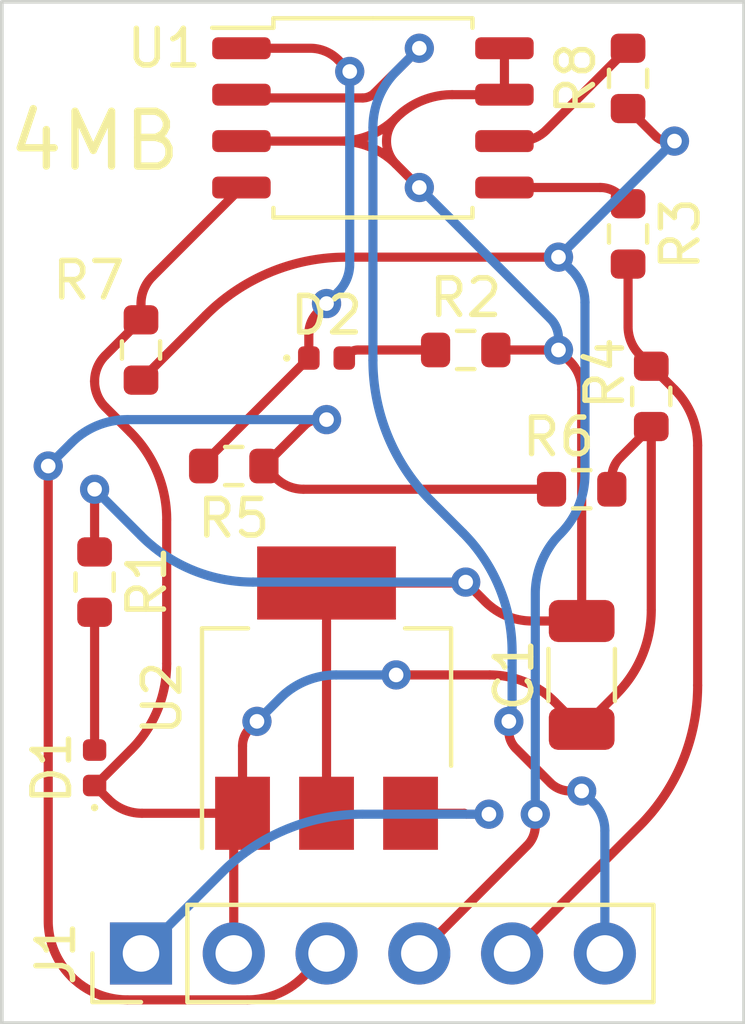
<source format=kicad_pcb>
(kicad_pcb (version 20211014) (generator pcbnew)
  (layers (0 "F.Cu" signal) (31 "B.Cu" signal) (34 "B.Paste" user) (35 "F.Paste" user) (36 "B.SilkS" user "B.Silkscreen") (37 "F.SilkS" user "F.Silkscreen") (38 "B.Mask" user) (39 "F.Mask" user) (44 "Edge.Cuts" user))
  (net 0 "")
  (net 1 "Net-(D1-Pad1)")
  (net 2 "Net-(D1-Pad2)")
  (net 3 "Net-(J1-Pad1)")
  (net 4 "Net-(J1-Pad3)")
  (net 5 "Net-(J1-Pad4)")
  (net 6 "Net-(J1-Pad5)")
  (net 7 "Net-(J1-Pad6)")
  (net 8 "Net-(R1-Pad1)")
  (net 9 "Net-(U1-Pad1)")
  (net 10 "Net-(D2-Pad2)")
  (net 11 "Net-(U1-Pad5)")
  (net 12 "Net-(U1-Pad6)")
  (footprint "Resistor_SMD:R_0603_1608Metric" (layer "F.Cu") (at 97.155 50.99 90)
    (fp_text reference "R8" (at 0 -1.43 90) (layer "F.SilkS"))
    (fp_text value "1K")
    (fp_line (start -0.237258 0.5225) (end 0.237258 0.5225) (layer "F.SilkS") (width 0.12))
    (fp_line (start -0.237258 -0.5225) (end 0.237258 -0.5225) (layer "F.SilkS") (width 0.12))
    (pad "1" smd roundrect (at -0.825 0 90) (size 0.8 0.95) (layers "F.Cu" "F.Paste" "F.Mask") (net 5 "Net-(J1-Pad4)"))
    (pad "2" smd roundrect (at 0.825 0 90) (size 0.8 0.95) (layers "F.Cu" "F.Paste" "F.Mask") (net 12 "Net-(U1-Pad6)"))
  )
  (footprint "Resistor_SMD:R_0603_1608Metric" (layer "F.Cu") (at 83.82 58.42 90)
    (fp_text reference "R7" (at 1.905 -1.43) (layer "F.SilkS"))
    (fp_text value "1K")
    (fp_line (start -0.237258 -0.5225) (end 0.237258 -0.5225) (layer "F.SilkS") (width 0.12))
    (fp_line (start -0.237258 0.5225) (end 0.237258 0.5225) (layer "F.SilkS") (width 0.12))
    (pad "1" smd roundrect (at -0.825 0 90) (size 0.8 0.95) (layers "F.Cu" "F.Paste" "F.Mask") (net 5 "Net-(J1-Pad4)"))
    (pad "2" smd roundrect (at 0.825 0 90) (size 0.8 0.95) (layers "F.Cu" "F.Paste" "F.Mask") (net 1 "Net-(D1-Pad1)"))
  )
  (footprint "Connector_PinHeader_2.54mm:PinHeader_1x06_P2.54mm_Vertical" (layer "F.Cu") (at 83.82 74.93 90)
    (fp_text reference "J1" (at 0 -2.33 90) (layer "F.SilkS"))
    (fp_text value "Conn_01x06_Female" hide)
    (fp_line (start 1.33 1.27) (end 1.33 14.03) (layer "F.SilkS") (width 0.12))
    (fp_line (start -1.33 1.27) (end 1.33 1.27) (layer "F.SilkS") (width 0.12))
    (fp_line (start -1.33 1.27) (end -1.33 14.03) (layer "F.SilkS") (width 0.12))
    (fp_line (start -1.33 14.03) (end 1.33 14.03) (layer "F.SilkS") (width 0.12))
    (fp_line (start -1.33 -1.33) (end 0 -1.33) (layer "F.SilkS") (width 0.12))
    (fp_line (start -1.33 0) (end -1.33 -1.33) (layer "F.SilkS") (width 0.12))
    (pad "1" thru_hole rect (at 0 0 90) (size 1.7 1.7) (drill 1) (layers *.Cu *.Mask) (net 3 "Net-(J1-Pad1)"))
    (pad "2" thru_hole oval (at 0 2.54 90) (size 1.7 1.7) (drill 1) (layers *.Cu *.Mask) (net 1 "Net-(D1-Pad1)"))
    (pad "3" thru_hole oval (at 0 5.08 90) (size 1.7 1.7) (drill 1) (layers *.Cu *.Mask) (net 4 "Net-(J1-Pad3)"))
    (pad "4" thru_hole oval (at 0 7.62 90) (size 1.7 1.7) (drill 1) (layers *.Cu *.Mask) (net 5 "Net-(J1-Pad4)"))
    (pad "5" thru_hole oval (at 0 10.16 90) (size 1.7 1.7) (drill 1) (layers *.Cu *.Mask) (net 6 "Net-(J1-Pad5)"))
    (pad "6" thru_hole oval (at 0 12.7 90) (size 1.7 1.7) (drill 1) (layers *.Cu *.Mask) (net 7 "Net-(J1-Pad6)"))
  )
  (footprint "LED_SMD:LED_0402_1005Metric" (layer "F.Cu") (at 82.55 69.85 90)
    (fp_text reference "D1" (at 0 -1.17 90) (layer "F.SilkS"))
    (fp_text value "LED" hide)
    (fp_circle (center -1.09 0) (end -1.04 0) (layer "F.SilkS") (width 0.1) (fill none))
    (pad "1" smd roundrect (at -0.485 0 90) (size 0.59 0.64) (layers "F.Cu" "F.Paste" "F.Mask") (net 1 "Net-(D1-Pad1)"))
    (pad "2" smd roundrect (at 0.485 0 90) (size 0.59 0.64) (layers "F.Cu" "F.Paste" "F.Mask") (net 2 "Net-(D1-Pad2)"))
  )
  (footprint "Resistor_SMD:R_0603_1608Metric" (layer "F.Cu") (at 92.71 58.42)
    (fp_text reference "R2" (at 0 -1.43) (layer "F.SilkS"))
    (fp_text value "1K")
    (fp_line (start -0.237258 0.5225) (end 0.237258 0.5225) (layer "F.SilkS") (width 0.12))
    (fp_line (start -0.237258 -0.5225) (end 0.237258 -0.5225) (layer "F.SilkS") (width 0.12))
    (pad "1" smd roundrect (at -0.825 0) (size 0.8 0.95) (layers "F.Cu" "F.Paste" "F.Mask") (net 10 "Net-(D2-Pad2)"))
    (pad "2" smd roundrect (at 0.825 0) (size 0.8 0.95) (layers "F.Cu" "F.Paste" "F.Mask") (net 8 "Net-(R1-Pad1)"))
  )
  (footprint "Resistor_SMD:R_0603_1608Metric" (layer "F.Cu") (at 97.79 59.69 90)
    (fp_text reference "R4" (at 0.635 -1.27 90) (layer "F.SilkS"))
    (fp_text value "1K")
    (fp_line (start -0.237258 0.5225) (end 0.237258 0.5225) (layer "F.SilkS") (width 0.12))
    (fp_line (start -0.237258 -0.5225) (end 0.237258 -0.5225) (layer "F.SilkS") (width 0.12))
    (pad "1" smd roundrect (at -0.825 0 90) (size 0.8 0.95) (layers "F.Cu" "F.Paste" "F.Mask") (net 1 "Net-(D1-Pad1)"))
    (pad "2" smd roundrect (at 0.825 0 90) (size 0.8 0.95) (layers "F.Cu" "F.Paste" "F.Mask") (net 6 "Net-(J1-Pad5)"))
  )
  (footprint "Resistor_SMD:R_0603_1608Metric" (layer "F.Cu") (at 95.885 62.23)
    (fp_text reference "R6" (at -0.635 -1.43) (layer "F.SilkS"))
    (fp_text value "1K")
    (fp_line (start -0.237258 -0.5225) (end 0.237258 -0.5225) (layer "F.SilkS") (width 0.12))
    (fp_line (start -0.237258 0.5225) (end 0.237258 0.5225) (layer "F.SilkS") (width 0.12))
    (pad "1" smd roundrect (at -0.825 0) (size 0.8 0.95) (layers "F.Cu" "F.Paste" "F.Mask") (net 4 "Net-(J1-Pad3)"))
    (pad "2" smd roundrect (at 0.825 0) (size 0.8 0.95) (layers "F.Cu" "F.Paste" "F.Mask") (net 1 "Net-(D1-Pad1)"))
  )
  (footprint "LED_SMD:LED_0402_1005Metric" (layer "F.Cu") (at 88.9 58.64)
    (fp_text reference "D2" (at 0 -1.17) (layer "F.SilkS"))
    (fp_text value "LED")
    (fp_circle (center -1.09 0) (end -1.04 0) (layer "F.SilkS") (width 0.1) (fill none))
    (pad "1" smd roundrect (at -0.485 0) (size 0.59 0.64) (layers "F.Cu" "F.Paste" "F.Mask") (net 9 "Net-(U1-Pad1)"))
    (pad "2" smd roundrect (at 0.485 0) (size 0.59 0.64) (layers "F.Cu" "F.Paste" "F.Mask") (net 10 "Net-(D2-Pad2)"))
  )
  (footprint "Capacitor_SMD:C_1206_3216Metric" (layer "F.Cu") (at 95.885 67.31 90)
    (fp_text reference "C1" (at 0 -1.85 90) (layer "F.SilkS"))
    (fp_text value "C")
    (fp_line (start -0.711252 0.91) (end 0.711252 0.91) (layer "F.SilkS") (width 0.12))
    (fp_line (start -0.711252 -0.91) (end 0.711252 -0.91) (layer "F.SilkS") (width 0.12))
    (pad "1" smd roundrect (at -1.475 0 90) (size 1.15 1.8) (layers "F.Cu" "F.Paste" "F.Mask") (roundrect_rratio 0.2173913043) (net 1 "Net-(D1-Pad1)"))
    (pad "2" smd roundrect (at 1.475 0 90) (size 1.15 1.8) (layers "F.Cu" "F.Paste" "F.Mask") (roundrect_rratio 0.2173913043) (net 8 "Net-(R1-Pad1)"))
  )
  (footprint "Resistor_SMD:R_0603_1608Metric" (layer "F.Cu") (at 82.55 64.77 -90)
    (fp_text reference "R1" (at 0 -1.43 90) (layer "F.SilkS"))
    (fp_text value "1K" hide)
    (fp_line (start -0.237258 0.5225) (end 0.237258 0.5225) (layer "F.SilkS") (width 0.12))
    (fp_line (start -0.237258 -0.5225) (end 0.237258 -0.5225) (layer "F.SilkS") (width 0.12))
    (pad "1" smd roundrect (at -0.825 0 270) (size 0.8 0.95) (layers "F.Cu" "F.Paste" "F.Mask") (net 8 "Net-(R1-Pad1)"))
    (pad "2" smd roundrect (at 0.825 0 270) (size 0.8 0.95) (layers "F.Cu" "F.Paste" "F.Mask") (net 2 "Net-(D1-Pad2)"))
  )
  (footprint "Package_TO_SOT_SMD:SOT-223-3_TabPin2" (layer "F.Cu") (at 88.9 67.945 90)
    (fp_text reference "U2" (at 0 -4.5 90) (layer "F.SilkS"))
    (fp_text value "AMS1117-3.3")
    (fp_line (start -1.85 3.41) (end 1.91 3.41) (layer "F.SilkS") (width 0.12))
    (fp_line (start 1.91 -3.41) (end 1.91 -2.15) (layer "F.SilkS") (width 0.12))
    (fp_line (start 1.91 3.41) (end 1.91 2.15) (layer "F.SilkS") (width 0.12))
    (fp_line (start -4.1 -3.41) (end 1.91 -3.41) (layer "F.SilkS") (width 0.12))
    (pad "1" smd rect (at -3.15 -2.3 90) (size 2 1.5) (layers "F.Cu" "F.Paste" "F.Mask") (net 1 "Net-(D1-Pad1)"))
    (pad "2" smd rect (at -3.15 0 90) (size 2 1.5) (layers "F.Cu" "F.Paste" "F.Mask") (net 8 "Net-(R1-Pad1)"))
    (pad "2" smd rect (at 3.15 0 90) (size 2 3.8) (layers "F.Cu" "F.Paste" "F.Mask") (net 8 "Net-(R1-Pad1)"))
    (pad "3" smd rect (at -3.15 2.3 90) (size 2 1.5) (layers "F.Cu" "F.Paste" "F.Mask") (net 3 "Net-(J1-Pad1)"))
  )
  (footprint "Package_SO:SOIC-8_5.23x5.23mm_P1.27mm" (layer "F.Cu") (at 90.17 52.07)
    (fp_text reference "U1" (at -5.715 -1.905) (layer "F.SilkS"))
    (fp_text value "W25Q32JVSS")
    (fp_line (start -2.725 -2.725) (end -2.725 -2.465) (layer "F.SilkS") (width 0.12))
    (fp_line (start 0 2.725) (end 2.725 2.725) (layer "F.SilkS") (width 0.12))
    (fp_line (start 0 -2.725) (end 2.725 -2.725) (layer "F.SilkS") (width 0.12))
    (fp_line (start -2.725 2.725) (end -2.725 2.465) (layer "F.SilkS") (width 0.12))
    (fp_line (start 0 -2.725) (end -2.725 -2.725) (layer "F.SilkS") (width 0.12))
    (fp_line (start 2.725 -2.725) (end 2.725 -2.465) (layer "F.SilkS") (width 0.12))
    (fp_line (start 0 2.725) (end -2.725 2.725) (layer "F.SilkS") (width 0.12))
    (fp_line (start 2.725 2.725) (end 2.725 2.465) (layer "F.SilkS") (width 0.12))
    (fp_line (start -2.725 -2.465) (end -4.4 -2.465) (layer "F.SilkS") (width 0.12))
    (pad "1" smd roundrect (at -3.6 -1.905) (size 1.6 0.6) (layers "F.Cu" "F.Paste" "F.Mask") (net 9 "Net-(U1-Pad1)"))
    (pad "2" smd roundrect (at -3.6 -0.635) (size 1.6 0.6) (layers "F.Cu" "F.Paste" "F.Mask") (net 7 "Net-(J1-Pad6)"))
    (pad "3" smd roundrect (at -3.6 0.635) (size 1.6 0.6) (layers "F.Cu" "F.Paste" "F.Mask") (net 8 "Net-(R1-Pad1)"))
    (pad "4" smd roundrect (at -3.6 1.905) (size 1.6 0.6) (layers "F.Cu" "F.Paste" "F.Mask") (net 1 "Net-(D1-Pad1)"))
    (pad "5" smd roundrect (at 3.6 1.905) (size 1.6 0.6) (layers "F.Cu" "F.Paste" "F.Mask") (net 11 "Net-(U1-Pad5)"))
    (pad "6" smd roundrect (at 3.6 0.635) (size 1.6 0.6) (layers "F.Cu" "F.Paste" "F.Mask") (net 12 "Net-(U1-Pad6)"))
    (pad "7" smd roundrect (at 3.6 -0.635) (size 1.6 0.6) (layers "F.Cu" "F.Paste" "F.Mask") (net 8 "Net-(R1-Pad1)"))
    (pad "8" smd roundrect (at 3.6 -1.905) (size 1.6 0.6) (layers "F.Cu" "F.Paste" "F.Mask") (net 8 "Net-(R1-Pad1)"))
  )
  (footprint "Resistor_SMD:R_0603_1608Metric" (layer "F.Cu") (at 97.155 55.245 -90)
    (fp_text reference "R3" (at 0 -1.43 90) (layer "F.SilkS"))
    (fp_text value "1K")
    (fp_line (start -0.237258 0.5225) (end 0.237258 0.5225) (layer "F.SilkS") (width 0.12))
    (fp_line (start -0.237258 -0.5225) (end 0.237258 -0.5225) (layer "F.SilkS") (width 0.12))
    (pad "1" smd roundrect (at -0.825 0 270) (size 0.8 0.95) (layers "F.Cu" "F.Paste" "F.Mask") (net 11 "Net-(U1-Pad5)"))
    (pad "2" smd roundrect (at 0.825 0 270) (size 0.8 0.95) (layers "F.Cu" "F.Paste" "F.Mask") (net 6 "Net-(J1-Pad5)"))
  )
  (footprint "Resistor_SMD:R_0603_1608Metric" (layer "F.Cu") (at 86.36 61.595 180)
    (fp_text reference "R5" (at 0 -1.43) (layer "F.SilkS"))
    (fp_text value "1K")
    (fp_line (start -0.237258 -0.5225) (end 0.237258 -0.5225) (layer "F.SilkS") (width 0.12))
    (fp_line (start -0.237258 0.5225) (end 0.237258 0.5225) (layer "F.SilkS") (width 0.12))
    (pad "1" smd roundrect (at -0.825 0 180) (size 0.8 0.95) (layers "F.Cu" "F.Paste" "F.Mask") (net 4 "Net-(J1-Pad3)"))
    (pad "2" smd roundrect (at 0.825 0 180) (size 0.8 0.95) (layers "F.Cu" "F.Paste" "F.Mask") (net 9 "Net-(U1-Pad1)"))
  )
  (gr_rect (start 80.01 48.895) (end 100.33 76.835) (layer "Edge.Cuts") (width 0.1) (fill none))
  (gr_text "4MB" (at 82.55 52.705) (layer "F.SilkS") (effects (font (size 1.5 1.5) (thickness 0.2))))
  (segment (start 93.367017 67.31) (end 90.805 67.31) (width 0.25) (layer "F.Cu") (net 1))
  (segment (start 95.1475 68.0475) (end 95.885 68.785) (width 0.25) (layer "F.Cu") (net 1))
  (segment (start 83.847401 71.095) (end 86.430294 71.095) (width 0.25) (layer "F.Cu") (net 1))
  (segment (start 86.36 71.504705) (end 86.36 74.93) (width 0.25) (layer "F.Cu") (net 1))
  (segment (start 86.995 68.58) (end 86.7975 68.7775) (width 0.25) (layer "F.Cu") (net 1))
  (segment (start 97.79 60.515) (end 97.79 65.532961) (width 0.25) (layer "F.Cu") (net 1))
  (segment (start 83.82 57.595) (end 82.841681 58.573318) (width 0.25) (layer "F.Cu") (net 1))
  (segment (start 86.6 70.925294) (end 86.6 69.254307) (width 0.25) (layer "F.Cu") (net 1))
  (segment (start 96.71 61.9125) (end 96.71 62.23) (width 0.25) (layer "F.Cu") (net 1))
  (segment (start 82.574656 70.328559) (end 83.545973 69.357242) (width 0.25) (layer "F.Cu") (net 1))
  (segment (start 83.536865 60.676865) (end 82.841681 59.981681) (width 0.25) (layer "F.Cu") (net 1))
  (segment (start 83.82 57.595) (end 83.82 57.16) (width 0.25) (layer "F.Cu") (net 1))
  (segment (start 84.523731 63.059369) (end 84.523731 66.996727) (width 0.25) (layer "F.Cu") (net 1))
  (segment (start 96.8375 67.8325) (end 95.885 68.785) (width 0.25) (layer "F.Cu") (net 1))
  (segment (start 97.79 60.515) (end 96.934506 61.370493) (width 0.25) (layer "F.Cu") (net 1))
  (segment (start 84.127591 56.417408) (end 86.57 53.975) (width 0.25) (layer "F.Cu") (net 1))
  (segment (start 82.93 70.715) (end 82.55644 70.34144) (width 0.25) (layer "F.Cu") (net 1))
  (via (at 86.995 68.58) (size 0.8) (drill 0.4) (layers "F.Cu" "B.Cu") (net 1))
  (via (at 90.805 67.31) (size 0.8) (drill 0.4) (layers "F.Cu" "B.Cu") (net 1))
  (arc (start 82.559108 70.335) (mid 82.555622 70.337328) (end 82.55644 70.34144) (width 0.25) (layer "F.Cu") (net 1))
  (arc (start 97.79 65.532961) (mid 97.542453 66.777462) (end 96.8375 67.8325) (width 0.25) (layer "F.Cu") (net 1))
  (arc (start 82.574656 70.328559) (mid 82.567522 70.333326) (end 82.559108 70.335) (width 0.25) (layer "F.Cu") (net 1))
  (arc (start 86.48 71.215) (mid 86.495237 71.138393) (end 86.430294 71.095) (width 0.25) (layer "F.Cu") (net 1))
  (arc (start 83.536865 60.676865) (mid 84.267252 61.769967) (end 84.523731 63.059369) (width 0.25) (layer "F.Cu") (net 1))
  (arc (start 86.7975 68.7775) (mid 86.651328 68.99626) (end 86.6 69.254307) (width 0.25) (layer "F.Cu") (net 1))
  (arc (start 84.523731 66.996727) (mid 84.269619 68.274228) (end 83.545973 69.357242) (width 0.25) (layer "F.Cu") (net 1))
  (arc (start 84.127591 56.417408) (mid 83.89994 56.758112) (end 83.82 57.16) (width 0.25) (layer "F.Cu") (net 1))
  (arc (start 82.93 70.715) (mid 83.350907 70.996241) (end 83.847401 71.095) (width 0.25) (layer "F.Cu") (net 1))
  (arc (start 82.841681 58.573318) (mid 82.625805 58.896399) (end 82.55 59.2775) (width 0.25) (layer "F.Cu") (net 1))
  (arc (start 86.6 70.925294) (mid 86.568813 71.082081) (end 86.48 71.215) (width 0.25) (layer "F.Cu") (net 1))
  (arc (start 86.430294 71.095) (mid 86.550294 71.045294) (end 86.6 70.925294) (width 0.25) (layer "F.Cu") (net 1))
  (arc (start 86.48 71.215) (mid 86.391186 71.347917) (end 86.36 71.504705) (width 0.25) (layer "F.Cu") (net 1))
  (arc (start 95.1475 68.0475) (mid 94.330607 67.50167) (end 93.367017 67.31) (width 0.25) (layer "F.Cu") (net 1))
  (arc (start 82.55 59.2775) (mid 82.625805 59.6586) (end 82.841681 59.981681) (width 0.25) (layer "F.Cu") (net 1))
  (arc (start 96.934506 61.370493) (mid 96.768347 61.619168) (end 96.71 61.9125) (width 0.25) (layer "F.Cu") (net 1))
  (segment (start 86.995 68.58) (end 87.63 67.945) (width 0.25) (layer "B.Cu") (net 1))
  (segment (start 90.805 67.31) (end 89.163025 67.31) (width 0.25) (layer "B.Cu") (net 1))
  (arc (start 89.163025 67.31) (mid 88.333357 67.475031) (end 87.63 67.945) (width 0.25) (layer "B.Cu") (net 1))
  (segment (start 82.55 69.365) (end 82.55 65.595) (width 0.25) (layer "F.Cu") (net 2))
  (segment (start 93.345 71.12) (end 92.727677 71.12) (width 0.25) (layer "F.Cu") (net 3))
  (segment (start 92.667322 71.095) (end 91.2 71.095) (width 0.25) (layer "F.Cu") (net 3))
  (via (at 93.345 71.12) (size 0.8) (drill 0.4) (layers "F.Cu" "B.Cu") (net 3))
  (arc (start 92.6975 71.1075) (mid 92.711345 71.116751) (end 92.727677 71.12) (width 0.25) (layer "F.Cu") (net 3))
  (arc (start 92.6975 71.1075) (mid 92.683654 71.098248) (end 92.667322 71.095) (width 0.25) (layer "F.Cu") (net 3))
  (segment (start 86.036207 72.713792) (end 83.82 74.93) (width 0.25) (layer "B.Cu") (net 3))
  (segment (start 93.345 71.12) (end 89.883963 71.12) (width 0.25) (layer "B.Cu") (net 3))
  (arc (start 89.883963 71.12) (mid 87.801572 71.534213) (end 86.036207 72.713792) (width 0.25) (layer "B.Cu") (net 3))
  (segment (start 88.269012 62.23) (end 95.06 62.23) (width 0.25) (layer "F.Cu") (net 4))
  (segment (start 88.265 75.565) (end 88.9 74.93) (width 0.25) (layer "F.Cu") (net 4))
  (segment (start 83.448025 76.2) (end 86.731974 76.2) (width 0.25) (layer "F.Cu") (net 4))
  (segment (start 81.28 74.031974) (end 81.28 61.595) (width 0.25) (layer "F.Cu") (net 4))
  (segment (start 88.9 60.325) (end 88.6775 60.325) (width 0.25) (layer "F.Cu") (net 4))
  (segment (start 88.297668 60.482331) (end 87.185 61.595) (width 0.25) (layer "F.Cu") (net 4))
  (segment (start 87.5025 61.9125) (end 87.185 61.595) (width 0.25) (layer "F.Cu") (net 4))
  (via (at 88.9 60.325) (size 0.8) (drill 0.4) (layers "F.Cu" "B.Cu") (net 4))
  (via (at 81.28 61.595) (size 0.8) (drill 0.4) (layers "F.Cu" "B.Cu") (net 4))
  (arc (start 88.265 75.565) (mid 87.561641 76.034968) (end 86.731974 76.2) (width 0.25) (layer "F.Cu") (net 4))
  (arc (start 81.915 75.565) (mid 82.618357 76.034968) (end 83.448025 76.2) (width 0.25) (layer "F.Cu") (net 4))
  (arc (start 87.5025 61.9125) (mid 87.854178 62.147484) (end 88.269012 62.23) (width 0.25) (layer "F.Cu") (net 4))
  (arc (start 88.6775 60.325) (mid 88.471936 60.365888) (end 88.297668 60.482331) (width 0.25) (layer "F.Cu") (net 4))
  (arc (start 81.28 74.031974) (mid 81.445031 74.861641) (end 81.915 75.565) (width 0.25) (layer "F.Cu") (net 4))
  (segment (start 88.9 60.325) (end 83.448025 60.325) (width 0.25) (layer "B.Cu") (net 4))
  (segment (start 81.915 60.96) (end 81.28 61.595) (width 0.25) (layer "B.Cu") (net 4))
  (arc (start 83.448025 60.325) (mid 82.618357 60.490031) (end 81.915 60.96) (width 0.25) (layer "B.Cu") (net 4))
  (segment (start 89.438963 55.88) (end 95.25 55.88) (width 0.25) (layer "F.Cu") (net 5))
  (segment (start 85.591207 57.473792) (end 83.82 59.245) (width 0.25) (layer "F.Cu") (net 5))
  (segment (start 94.390493 71.979506) (end 91.44 74.93) (width 0.25) (layer "F.Cu") (net 5))
  (segment (start 94.615 71.12) (end 94.615 71.4375) (width 0.25) (layer "F.Cu") (net 5))
  (segment (start 97.910649 52.570649) (end 97.155 51.815) (width 0.25) (layer "F.Cu") (net 5))
  (segment (start 98.425 52.705) (end 98.235 52.705) (width 0.25) (layer "F.Cu") (net 5))
  (via (at 98.425 52.705) (size 0.8) (drill 0.4) (layers "F.Cu" "B.Cu") (net 5))
  (via (at 94.615 71.12) (size 0.8) (drill 0.4) (layers "F.Cu" "B.Cu") (net 5))
  (via (at 95.25 55.88) (size 0.8) (drill 0.4) (layers "F.Cu" "B.Cu") (net 5))
  (arc (start 89.438963 55.88) (mid 87.356572 56.294213) (end 85.591207 57.473792) (width 0.25) (layer "F.Cu") (net 5))
  (arc (start 94.615 71.4375) (mid 94.556652 71.730831) (end 94.390493 71.979506) (width 0.25) (layer "F.Cu") (net 5))
  (arc (start 97.910649 52.570649) (mid 98.059462 52.670083) (end 98.235 52.705) (width 0.25) (layer "F.Cu") (net 5))
  (segment (start 95.975 61.813334) (end 95.975 57.117652) (width 0.25) (layer "B.Cu") (net 5))
  (segment (start 94.615 71.12) (end 94.615 65.096665) (width 0.25) (layer "B.Cu") (net 5))
  (segment (start 98.425 52.705) (end 95.25 55.88) (width 0.25) (layer "B.Cu") (net 5))
  (segment (start 95.25 55.88) (end 95.6125 56.2425) (width 0.25) (layer "B.Cu") (net 5))
  (arc (start 95.6125 56.2425) (mid 95.880789 56.644023) (end 95.975 57.117652) (width 0.25) (layer "B.Cu") (net 5))
  (arc (start 95.295 63.455) (mid 94.791726 64.208202) (end 94.615 65.096665) (width 0.25) (layer "B.Cu") (net 5))
  (arc (start 95.975 61.813334) (mid 95.798273 62.701797) (end 95.295 63.455) (width 0.25) (layer "B.Cu") (net 5))
  (segment (start 99.06 61.033025) (end 99.06 67.596036) (width 0.25) (layer "F.Cu") (net 6))
  (segment (start 98.425 59.5) (end 97.79 58.865) (width 0.25) (layer "F.Cu") (net 6))
  (segment (start 97.466207 71.443792) (end 93.98 74.93) (width 0.25) (layer "F.Cu") (net 6))
  (segment (start 97.155 57.780987) (end 97.155 56.07) (width 0.25) (layer "F.Cu") (net 6))
  (segment (start 97.4725 58.5475) (end 97.79 58.865) (width 0.25) (layer "F.Cu") (net 6))
  (arc (start 97.155 57.780987) (mid 97.237515 58.19582) (end 97.4725 58.5475) (width 0.25) (layer "F.Cu") (net 6))
  (arc (start 99.06 67.596036) (mid 98.645786 69.678426) (end 97.466207 71.443792) (width 0.25) (layer "F.Cu") (net 6))
  (arc (start 98.425 59.5) (mid 98.894968 60.203357) (end 99.06 61.033025) (width 0.25) (layer "F.Cu") (net 6))
  (segment (start 91.44 50.165) (end 90.215652 51.389348) (width 0.25) (layer "F.Cu") (net 7))
  (segment (start 93.8905 68.85275) (end 93.8905 68.58) (width 0.25) (layer "F.Cu") (net 7))
  (segment (start 86.615 51.48) (end 86.57 51.435) (width 0.25) (layer "F.Cu") (net 7))
  (segment (start 95.885 70.485) (end 95.5675 70.485) (width 0.25) (layer "F.Cu") (net 7))
  (segment (start 94.083363 69.318363) (end 95.025493 70.260493) (width 0.25) (layer "F.Cu") (net 7))
  (segment (start 86.723639 51.525) (end 89.888159 51.525) (width 0.25) (layer "F.Cu") (net 7))
  (via (at 93.8905 68.58) (size 0.8) (drill 0.4) (layers "F.Cu" "B.Cu") (net 7))
  (via (at 91.44 50.165) (size 0.8) (drill 0.4) (layers "F.Cu" "B.Cu") (net 7))
  (via (at 95.885 70.485) (size 0.8) (drill 0.4) (layers "F.Cu" "B.Cu") (net 7))
  (arc (start 95.025493 70.260493) (mid 95.274168 70.426652) (end 95.5675 70.485) (width 0.25) (layer "F.Cu") (net 7))
  (arc (start 93.8905 68.85275) (mid 93.940623 69.104738) (end 94.083363 69.318363) (width 0.25) (layer "F.Cu") (net 7))
  (arc (start 86.615 51.48) (mid 86.664844 51.513304) (end 86.723639 51.525) (width 0.25) (layer "F.Cu") (net 7))
  (arc (start 90.215652 51.389348) (mid 90.065397 51.489745) (end 89.888159 51.525) (width 0.25) (layer "F.Cu") (net 7))
  (segment (start 91.44 50.165) (end 90.805 50.8) (width 0.25) (layer "B.Cu") (net 7))
  (segment (start 93.98 68.53525) (end 93.98 66.675) (width 0.25) (layer "B.Cu") (net 7))
  (segment (start 91.763792 62.553792) (end 92.632961 63.422961) (width 0.25) (layer "B.Cu") (net 7))
  (segment (start 96.52 71.569012) (end 96.52 74.93) (width 0.25) (layer "B.Cu") (net 7))
  (segment (start 96.2025 70.8025) (end 95.885 70.485) (width 0.25) (layer "B.Cu") (net 7))
  (segment (start 90.17 58.706036) (end 90.17 52.333025) (width 0.25) (layer "B.Cu") (net 7))
  (segment (start 93.8905 68.58) (end 93.93525 68.58) (width 0.25) (layer "B.Cu") (net 7))
  (arc (start 90.805 50.8) (mid 90.335031 51.503357) (end 90.17 52.333025) (width 0.25) (layer "B.Cu") (net 7))
  (arc (start 96.2025 70.8025) (mid 96.437484 71.154178) (end 96.52 71.569012) (width 0.25) (layer "B.Cu") (net 7))
  (arc (start 92.632961 63.422961) (mid 93.629915 64.915009) (end 93.98 66.675) (width 0.25) (layer "B.Cu") (net 7))
  (arc (start 90.17 58.706036) (mid 90.584213 60.788426) (end 91.763792 62.553792) (width 0.25) (layer "B.Cu") (net 7))
  (arc (start 93.98 68.53525) (mid 93.966893 68.566893) (end 93.93525 68.58) (width 0.25) (layer "B.Cu") (net 7))
  (segment (start 92.71 64.77) (end 93.2425 65.3025) (width 0.25) (layer "F.Cu") (net 8))
  (segment (start 92.667322 64.795) (end 88.9 64.795) (width 0.25) (layer "F.Cu") (net 8))
  (segment (start 92.71 64.77) (end 92.6975 64.7825) (width 0.25) (layer "F.Cu") (net 8))
  (segment (start 95.25 58.42) (end 95.5675 58.7375) (width 0.25) (layer "F.Cu") (net 8))
  (segment (start 93.77 51.435) (end 93.77 50.165) (width 0.25) (layer "F.Cu") (net 8))
  (segment (start 88.9 64.795) (end 88.9 71.095) (width 0.25) (layer "F.Cu") (net 8))
  (segment (start 92.338025 51.435) (end 93.77 51.435) (width 0.25) (layer "F.Cu") (net 8))
  (segment (start 95.25 58.42) (end 93.535 58.42) (width 0.25) (layer "F.Cu") (net 8))
  (segment (start 89.271974 52.705) (end 86.57 52.705) (width 0.25) (layer "F.Cu") (net 8))
  (segment (start 91.44 53.975) (end 90.805 53.34) (width 0.25) (layer "F.Cu") (net 8))
  (segment (start 94.528068 65.835) (end 95.885 65.835) (width 0.25) (layer "F.Cu") (net 8))
  (segment (start 95.885 65.835) (end 95.885 59.504012) (width 0.25) (layer "F.Cu") (net 8))
  (segment (start 82.55 62.23) (end 82.55 63.945) (width 0.25) (layer "F.Cu") (net 8))
  (via (at 82.55 62.23) (size 0.8) (drill 0.4) (layers "F.Cu" "B.Cu") (net 8))
  (via (at 92.71 64.77) (size 0.8) (drill 0.4) (layers "F.Cu" "B.Cu") (net 8))
  (via (at 91.44 53.975) (size 0.8) (drill 0.4) (layers "F.Cu" "B.Cu") (net 8))
  (via (at 95.25 58.42) (size 0.8) (drill 0.4) (layers "F.Cu" "B.Cu") (net 8))
  (arc (start 90.805 53.34) (mid 90.101641 52.870031) (end 89.271974 52.705) (width 0.25) (layer "F.Cu") (net 8))
  (arc (start 95.5675 58.7375) (mid 95.802484 59.089178) (end 95.885 59.504012) (width 0.25) (layer "F.Cu") (net 8))
  (arc (start 90.805 52.07) (mid 90.541974 52.705) (end 90.805 53.34) (width 0.25) (layer "F.Cu") (net 8))
  (arc (start 92.338025 51.435) (mid 91.508357 51.600031) (end 90.805 52.07) (width 0.25) (layer "F.Cu") (net 8))
  (arc (start 92.6975 64.7825) (mid 92.683654 64.791751) (end 92.667322 64.795) (width 0.25) (layer "F.Cu") (net 8))
  (arc (start 89.271974 52.705) (mid 90.101641 52.539968) (end 90.805 52.07) (width 0.25) (layer "F.Cu") (net 8))
  (arc (start 93.2425 65.3025) (mid 93.832323 65.696607) (end 94.528068 65.835) (width 0.25) (layer "F.Cu") (net 8))
  (segment (start 92.71 64.77) (end 86.886051 64.77) (width 0.25) (layer "B.Cu") (net 8))
  (segment (start 91.44 53.975) (end 95.025493 57.560493) (width 0.25) (layer "B.Cu") (net 8))
  (segment (start 83.82 63.5) (end 82.55 62.23) (width 0.25) (layer "B.Cu") (net 8))
  (segment (start 95.25 58.42) (end 95.25 58.1025) (width 0.25) (layer "B.Cu") (net 8))
  (arc (start 95.025493 57.560493) (mid 95.191652 57.809168) (end 95.25 58.1025) (width 0.25) (layer "B.Cu") (net 8))
  (arc (start 83.82 63.5) (mid 85.226716 64.439937) (end 86.886051 64.77) (width 0.25) (layer "B.Cu") (net 8))
  (segment (start 89.535 50.8) (end 89.2175 50.4825) (width 0.25) (layer "F.Cu") (net 9))
  (segment (start 85.535 61.5575) (end 85.535 61.595) (width 0.25) (layer "F.Cu") (net 9))
  (segment (start 88.415 57.977946) (end 88.415 58.64) (width 0.25) (layer "F.Cu") (net 9))
  (segment (start 88.9 57.15) (end 88.6575 57.3925) (width 0.25) (layer "F.Cu") (net 9))
  (segment (start 85.561516 61.493483) (end 88.415 58.64) (width 0.25) (layer "F.Cu") (net 9))
  (segment (start 88.450987 50.165) (end 86.57 50.165) (width 0.25) (layer "F.Cu") (net 9))
  (via (at 88.9 57.15) (size 0.8) (drill 0.4) (layers "F.Cu" "B.Cu") (net 9))
  (via (at 89.535 50.8) (size 0.8) (drill 0.4) (layers "F.Cu" "B.Cu") (net 9))
  (arc (start 89.2175 50.4825) (mid 88.86582 50.247515) (end 88.450987 50.165) (width 0.25) (layer "F.Cu") (net 9))
  (arc (start 85.561516 61.493483) (mid 85.541891 61.522854) (end 85.535 61.5575) (width 0.25) (layer "F.Cu") (net 9))
  (arc (start 88.6575 57.3925) (mid 88.478023 57.661105) (end 88.415 57.977946) (width 0.25) (layer "F.Cu") (net 9))
  (segment (start 89.2175 56.8325) (end 88.9 57.15) (width 0.25) (layer "B.Cu") (net 9))
  (segment (start 89.535 50.8) (end 89.535 56.065987) (width 0.25) (layer "B.Cu") (net 9))
  (arc (start 89.535 56.065987) (mid 89.452484 56.48082) (end 89.2175 56.8325) (width 0.25) (layer "B.Cu") (net 9))
  (segment (start 89.495 58.53) (end 89.385 58.64) (width 0.25) (layer "F.Cu") (net 10))
  (segment (start 89.760563 58.42) (end 91.885 58.42) (width 0.25) (layer "F.Cu") (net 10))
  (arc (start 89.760563 58.42) (mid 89.616841 58.448588) (end 89.495 58.53) (width 0.25) (layer "F.Cu") (net 10))
  (segment (start 96.9325 54.1975) (end 97.155 54.42) (width 0.25) (layer "F.Cu") (net 11))
  (segment (start 96.395337 53.975) (end 93.77 53.975) (width 0.25) (layer "F.Cu") (net 11))
  (arc (start 96.9325 54.1975) (mid 96.686047 54.032825) (end 96.395337 53.975) (width 0.25) (layer "F.Cu") (net 11))
  (segment (start 94.1925 52.705) (end 93.77 52.705) (width 0.25) (layer "F.Cu") (net 12))
  (segment (start 94.913752 52.406247) (end 97.155 50.165) (width 0.25) (layer "F.Cu") (net 12))
  (arc (start 94.913752 52.406247) (mid 94.582838 52.627356) (end 94.1925 52.705) (width 0.25) (layer "F.Cu") (net 12))
)
</source>
